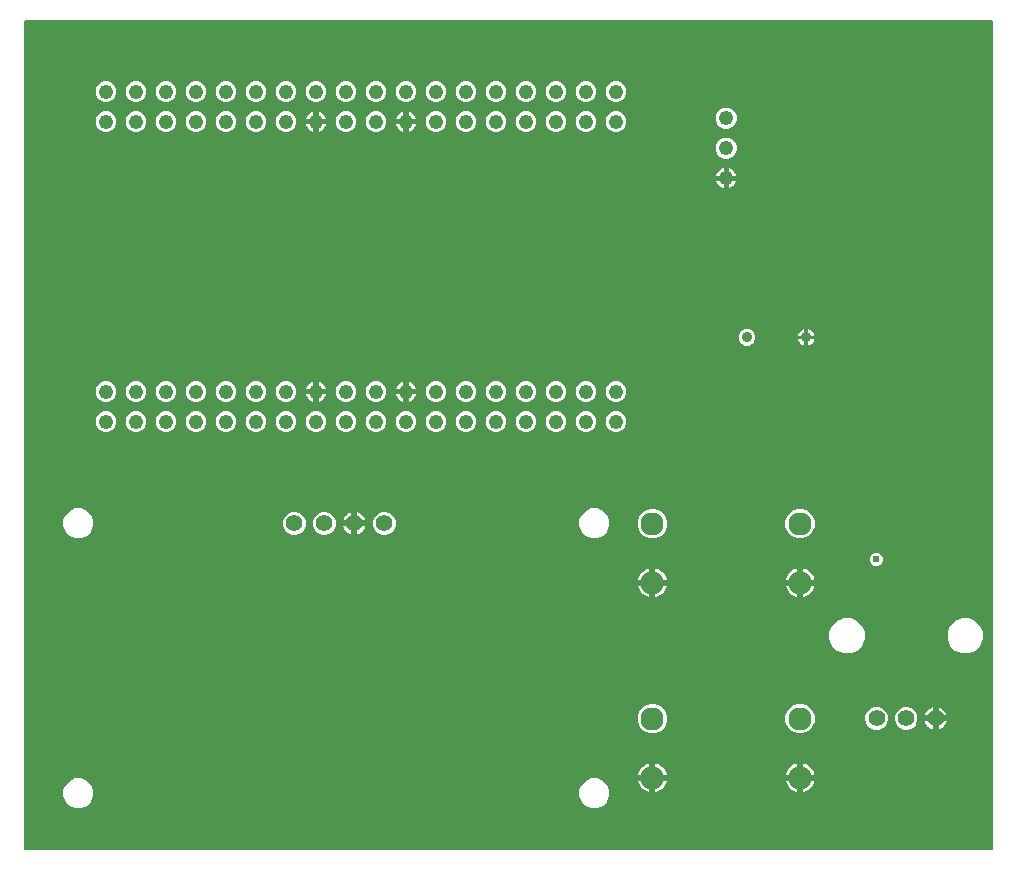
<source format=gbr>
G04 EAGLE Gerber RS-274X export*
G75*
%MOMM*%
%FSLAX34Y34*%
%LPD*%
%INCopper Layer 2*%
%IPPOS*%
%AMOC8*
5,1,8,0,0,1.08239X$1,22.5*%
G01*
%ADD10C,1.244600*%
%ADD11C,1.422400*%
%ADD12C,0.904800*%
%ADD13C,1.400000*%
%ADD14C,1.960000*%
%ADD15C,0.609600*%

G36*
X821608Y2556D02*
X821608Y2556D01*
X821727Y2563D01*
X821765Y2576D01*
X821806Y2581D01*
X821916Y2624D01*
X822029Y2661D01*
X822064Y2683D01*
X822101Y2698D01*
X822197Y2767D01*
X822298Y2831D01*
X822326Y2861D01*
X822359Y2884D01*
X822435Y2976D01*
X822516Y3063D01*
X822536Y3098D01*
X822561Y3129D01*
X822612Y3237D01*
X822670Y3341D01*
X822680Y3381D01*
X822697Y3417D01*
X822719Y3534D01*
X822749Y3649D01*
X822753Y3709D01*
X822757Y3729D01*
X822755Y3750D01*
X822759Y3810D01*
X822759Y704090D01*
X822744Y704208D01*
X822737Y704327D01*
X822724Y704365D01*
X822719Y704406D01*
X822676Y704516D01*
X822639Y704629D01*
X822617Y704664D01*
X822602Y704701D01*
X822533Y704797D01*
X822469Y704898D01*
X822439Y704926D01*
X822416Y704959D01*
X822324Y705035D01*
X822237Y705116D01*
X822202Y705136D01*
X822171Y705161D01*
X822063Y705212D01*
X821959Y705270D01*
X821919Y705280D01*
X821883Y705297D01*
X821766Y705319D01*
X821651Y705349D01*
X821591Y705353D01*
X821571Y705357D01*
X821550Y705355D01*
X821490Y705359D01*
X3810Y705359D01*
X3692Y705344D01*
X3573Y705337D01*
X3535Y705324D01*
X3494Y705319D01*
X3384Y705276D01*
X3271Y705239D01*
X3236Y705217D01*
X3199Y705202D01*
X3103Y705133D01*
X3002Y705069D01*
X2974Y705039D01*
X2941Y705016D01*
X2865Y704924D01*
X2784Y704837D01*
X2764Y704802D01*
X2739Y704771D01*
X2688Y704663D01*
X2630Y704559D01*
X2620Y704519D01*
X2603Y704483D01*
X2581Y704366D01*
X2551Y704251D01*
X2547Y704191D01*
X2543Y704171D01*
X2545Y704150D01*
X2541Y704090D01*
X2541Y3810D01*
X2556Y3692D01*
X2563Y3573D01*
X2576Y3535D01*
X2581Y3494D01*
X2624Y3384D01*
X2661Y3271D01*
X2683Y3236D01*
X2698Y3199D01*
X2767Y3103D01*
X2831Y3002D01*
X2861Y2974D01*
X2884Y2941D01*
X2976Y2865D01*
X3063Y2784D01*
X3098Y2764D01*
X3129Y2739D01*
X3237Y2688D01*
X3341Y2630D01*
X3381Y2620D01*
X3417Y2603D01*
X3534Y2581D01*
X3649Y2551D01*
X3709Y2547D01*
X3729Y2543D01*
X3750Y2545D01*
X3810Y2541D01*
X821490Y2541D01*
X821608Y2556D01*
G37*
%LPC*%
G36*
X796308Y169259D02*
X796308Y169259D01*
X790780Y171549D01*
X786549Y175780D01*
X784259Y181308D01*
X784259Y187292D01*
X786549Y192820D01*
X790780Y197051D01*
X796308Y199341D01*
X802292Y199341D01*
X807820Y197051D01*
X812051Y192820D01*
X814341Y187292D01*
X814341Y181308D01*
X812051Y175780D01*
X807820Y171549D01*
X802292Y169259D01*
X796308Y169259D01*
G37*
%LPD*%
%LPC*%
G36*
X696308Y169259D02*
X696308Y169259D01*
X690780Y171549D01*
X686549Y175780D01*
X684259Y181308D01*
X684259Y187292D01*
X686549Y192820D01*
X690780Y197051D01*
X696308Y199341D01*
X702292Y199341D01*
X707820Y197051D01*
X712051Y192820D01*
X714341Y187292D01*
X714341Y181308D01*
X712051Y175780D01*
X707820Y171549D01*
X702292Y169259D01*
X696308Y169259D01*
G37*
%LPD*%
%LPC*%
G36*
X482645Y266859D02*
X482645Y266859D01*
X478036Y268768D01*
X474508Y272296D01*
X472599Y276905D01*
X472599Y281895D01*
X474508Y286504D01*
X478036Y290032D01*
X482645Y291941D01*
X487635Y291941D01*
X492244Y290032D01*
X495772Y286504D01*
X497681Y281895D01*
X497681Y276905D01*
X495772Y272296D01*
X492244Y268768D01*
X487635Y266859D01*
X482645Y266859D01*
G37*
%LPD*%
%LPC*%
G36*
X45765Y266859D02*
X45765Y266859D01*
X41156Y268768D01*
X37628Y272296D01*
X35719Y276905D01*
X35719Y281895D01*
X37628Y286504D01*
X41156Y290032D01*
X45765Y291941D01*
X50755Y291941D01*
X55364Y290032D01*
X58892Y286504D01*
X60801Y281895D01*
X60801Y276905D01*
X58892Y272296D01*
X55364Y268768D01*
X50755Y266859D01*
X45765Y266859D01*
G37*
%LPD*%
%LPC*%
G36*
X482645Y38259D02*
X482645Y38259D01*
X478036Y40168D01*
X474508Y43696D01*
X472599Y48305D01*
X472599Y53295D01*
X474508Y57904D01*
X478036Y61432D01*
X482645Y63341D01*
X487635Y63341D01*
X492244Y61432D01*
X495772Y57904D01*
X497681Y53295D01*
X497681Y48305D01*
X495772Y43696D01*
X492244Y40168D01*
X487635Y38259D01*
X482645Y38259D01*
G37*
%LPD*%
%LPC*%
G36*
X45765Y38259D02*
X45765Y38259D01*
X41156Y40168D01*
X37628Y43696D01*
X35719Y48305D01*
X35719Y53295D01*
X37628Y57904D01*
X41156Y61432D01*
X45765Y63341D01*
X50755Y63341D01*
X55364Y61432D01*
X58892Y57904D01*
X60801Y53295D01*
X60801Y48305D01*
X58892Y43696D01*
X55364Y40168D01*
X50755Y38259D01*
X45765Y38259D01*
G37*
%LPD*%
%LPC*%
G36*
X531945Y266659D02*
X531945Y266659D01*
X527410Y268538D01*
X523938Y272010D01*
X522059Y276545D01*
X522059Y281455D01*
X523938Y285990D01*
X527410Y289462D01*
X531945Y291341D01*
X536855Y291341D01*
X541390Y289462D01*
X544862Y285990D01*
X546741Y281455D01*
X546741Y276545D01*
X544862Y272010D01*
X541390Y268538D01*
X536855Y266659D01*
X531945Y266659D01*
G37*
%LPD*%
%LPC*%
G36*
X656945Y266659D02*
X656945Y266659D01*
X652410Y268538D01*
X648938Y272010D01*
X647059Y276545D01*
X647059Y281455D01*
X648938Y285990D01*
X652410Y289462D01*
X656945Y291341D01*
X661855Y291341D01*
X666390Y289462D01*
X669862Y285990D01*
X671741Y281455D01*
X671741Y276545D01*
X669862Y272010D01*
X666390Y268538D01*
X661855Y266659D01*
X656945Y266659D01*
G37*
%LPD*%
%LPC*%
G36*
X656945Y101559D02*
X656945Y101559D01*
X652410Y103438D01*
X648938Y106910D01*
X647059Y111445D01*
X647059Y116355D01*
X648938Y120890D01*
X652410Y124362D01*
X656945Y126241D01*
X661855Y126241D01*
X666390Y124362D01*
X669862Y120890D01*
X671741Y116355D01*
X671741Y111445D01*
X669862Y106910D01*
X666390Y103438D01*
X661855Y101559D01*
X656945Y101559D01*
G37*
%LPD*%
%LPC*%
G36*
X531945Y101559D02*
X531945Y101559D01*
X527410Y103438D01*
X523938Y106910D01*
X522059Y111445D01*
X522059Y116355D01*
X523938Y120890D01*
X527410Y124362D01*
X531945Y126241D01*
X536855Y126241D01*
X541390Y124362D01*
X544862Y120890D01*
X546741Y116355D01*
X546741Y111445D01*
X544862Y106910D01*
X541390Y103438D01*
X536855Y101559D01*
X531945Y101559D01*
G37*
%LPD*%
%LPC*%
G36*
X305420Y269747D02*
X305420Y269747D01*
X301872Y271217D01*
X299157Y273932D01*
X297687Y277480D01*
X297687Y281320D01*
X299157Y284868D01*
X301872Y287583D01*
X305420Y289053D01*
X309260Y289053D01*
X312808Y287583D01*
X315523Y284868D01*
X316993Y281320D01*
X316993Y277480D01*
X315523Y273932D01*
X312808Y271217D01*
X309260Y269747D01*
X305420Y269747D01*
G37*
%LPD*%
%LPC*%
G36*
X254620Y269747D02*
X254620Y269747D01*
X251072Y271217D01*
X248357Y273932D01*
X246887Y277480D01*
X246887Y281320D01*
X248357Y284868D01*
X251072Y287583D01*
X254620Y289053D01*
X258460Y289053D01*
X262008Y287583D01*
X264723Y284868D01*
X266193Y281320D01*
X266193Y277480D01*
X264723Y273932D01*
X262008Y271217D01*
X258460Y269747D01*
X254620Y269747D01*
G37*
%LPD*%
%LPC*%
G36*
X229220Y269747D02*
X229220Y269747D01*
X225672Y271217D01*
X222957Y273932D01*
X221487Y277480D01*
X221487Y281320D01*
X222957Y284868D01*
X225672Y287583D01*
X229220Y289053D01*
X233060Y289053D01*
X236608Y287583D01*
X239323Y284868D01*
X240793Y281320D01*
X240793Y277480D01*
X239323Y273932D01*
X236608Y271217D01*
X233060Y269747D01*
X229220Y269747D01*
G37*
%LPD*%
%LPC*%
G36*
X747402Y104759D02*
X747402Y104759D01*
X743896Y106212D01*
X741212Y108896D01*
X739759Y112402D01*
X739759Y116198D01*
X741212Y119704D01*
X743896Y122388D01*
X747402Y123841D01*
X751198Y123841D01*
X754704Y122388D01*
X757388Y119704D01*
X758841Y116198D01*
X758841Y112402D01*
X757388Y108896D01*
X754704Y106212D01*
X751198Y104759D01*
X747402Y104759D01*
G37*
%LPD*%
%LPC*%
G36*
X722402Y104759D02*
X722402Y104759D01*
X718896Y106212D01*
X716212Y108896D01*
X714759Y112402D01*
X714759Y116198D01*
X716212Y119704D01*
X718896Y122388D01*
X722402Y123841D01*
X726198Y123841D01*
X729704Y122388D01*
X732388Y119704D01*
X733841Y116198D01*
X733841Y112402D01*
X732388Y108896D01*
X729704Y106212D01*
X726198Y104759D01*
X722402Y104759D01*
G37*
%LPD*%
%LPC*%
G36*
X146257Y636136D02*
X146257Y636136D01*
X143036Y637470D01*
X140570Y639936D01*
X139236Y643157D01*
X139236Y646643D01*
X140570Y649864D01*
X143036Y652330D01*
X146257Y653664D01*
X149743Y653664D01*
X152964Y652330D01*
X155430Y649864D01*
X156764Y646643D01*
X156764Y643157D01*
X155430Y639936D01*
X152964Y637470D01*
X149743Y636136D01*
X146257Y636136D01*
G37*
%LPD*%
%LPC*%
G36*
X120857Y636136D02*
X120857Y636136D01*
X117636Y637470D01*
X115170Y639936D01*
X113836Y643157D01*
X113836Y646643D01*
X115170Y649864D01*
X117636Y652330D01*
X120857Y653664D01*
X124343Y653664D01*
X127564Y652330D01*
X130030Y649864D01*
X131364Y646643D01*
X131364Y643157D01*
X130030Y639936D01*
X127564Y637470D01*
X124343Y636136D01*
X120857Y636136D01*
G37*
%LPD*%
%LPC*%
G36*
X95457Y636136D02*
X95457Y636136D01*
X92236Y637470D01*
X89770Y639936D01*
X88436Y643157D01*
X88436Y646643D01*
X89770Y649864D01*
X92236Y652330D01*
X95457Y653664D01*
X98943Y653664D01*
X102164Y652330D01*
X104630Y649864D01*
X105964Y646643D01*
X105964Y643157D01*
X104630Y639936D01*
X102164Y637470D01*
X98943Y636136D01*
X95457Y636136D01*
G37*
%LPD*%
%LPC*%
G36*
X70057Y636136D02*
X70057Y636136D01*
X66836Y637470D01*
X64370Y639936D01*
X63036Y643157D01*
X63036Y646643D01*
X64370Y649864D01*
X66836Y652330D01*
X70057Y653664D01*
X73543Y653664D01*
X76764Y652330D01*
X79230Y649864D01*
X80564Y646643D01*
X80564Y643157D01*
X79230Y639936D01*
X76764Y637470D01*
X73543Y636136D01*
X70057Y636136D01*
G37*
%LPD*%
%LPC*%
G36*
X595157Y613536D02*
X595157Y613536D01*
X591936Y614870D01*
X589470Y617336D01*
X588136Y620557D01*
X588136Y624043D01*
X589470Y627264D01*
X591936Y629730D01*
X595157Y631064D01*
X598643Y631064D01*
X601864Y629730D01*
X604330Y627264D01*
X605664Y624043D01*
X605664Y620557D01*
X604330Y617336D01*
X601864Y614870D01*
X598643Y613536D01*
X595157Y613536D01*
G37*
%LPD*%
%LPC*%
G36*
X95457Y610736D02*
X95457Y610736D01*
X92236Y612070D01*
X89770Y614536D01*
X88436Y617757D01*
X88436Y621243D01*
X89770Y624464D01*
X92236Y626930D01*
X95457Y628264D01*
X98943Y628264D01*
X102164Y626930D01*
X104630Y624464D01*
X105964Y621243D01*
X105964Y617757D01*
X104630Y614536D01*
X102164Y612070D01*
X98943Y610736D01*
X95457Y610736D01*
G37*
%LPD*%
%LPC*%
G36*
X70057Y610736D02*
X70057Y610736D01*
X66836Y612070D01*
X64370Y614536D01*
X63036Y617757D01*
X63036Y621243D01*
X64370Y624464D01*
X66836Y626930D01*
X70057Y628264D01*
X73543Y628264D01*
X76764Y626930D01*
X79230Y624464D01*
X80564Y621243D01*
X80564Y617757D01*
X79230Y614536D01*
X76764Y612070D01*
X73543Y610736D01*
X70057Y610736D01*
G37*
%LPD*%
%LPC*%
G36*
X501857Y610736D02*
X501857Y610736D01*
X498636Y612070D01*
X496170Y614536D01*
X494836Y617757D01*
X494836Y621243D01*
X496170Y624464D01*
X498636Y626930D01*
X501857Y628264D01*
X505343Y628264D01*
X508564Y626930D01*
X511030Y624464D01*
X512364Y621243D01*
X512364Y617757D01*
X511030Y614536D01*
X508564Y612070D01*
X505343Y610736D01*
X501857Y610736D01*
G37*
%LPD*%
%LPC*%
G36*
X476457Y610736D02*
X476457Y610736D01*
X473236Y612070D01*
X470770Y614536D01*
X469436Y617757D01*
X469436Y621243D01*
X470770Y624464D01*
X473236Y626930D01*
X476457Y628264D01*
X479943Y628264D01*
X483164Y626930D01*
X485630Y624464D01*
X486964Y621243D01*
X486964Y617757D01*
X485630Y614536D01*
X483164Y612070D01*
X479943Y610736D01*
X476457Y610736D01*
G37*
%LPD*%
%LPC*%
G36*
X451057Y610736D02*
X451057Y610736D01*
X447836Y612070D01*
X445370Y614536D01*
X444036Y617757D01*
X444036Y621243D01*
X445370Y624464D01*
X447836Y626930D01*
X451057Y628264D01*
X454543Y628264D01*
X457764Y626930D01*
X460230Y624464D01*
X461564Y621243D01*
X461564Y617757D01*
X460230Y614536D01*
X457764Y612070D01*
X454543Y610736D01*
X451057Y610736D01*
G37*
%LPD*%
%LPC*%
G36*
X425657Y610736D02*
X425657Y610736D01*
X422436Y612070D01*
X419970Y614536D01*
X418636Y617757D01*
X418636Y621243D01*
X419970Y624464D01*
X422436Y626930D01*
X425657Y628264D01*
X429143Y628264D01*
X432364Y626930D01*
X434830Y624464D01*
X436164Y621243D01*
X436164Y617757D01*
X434830Y614536D01*
X432364Y612070D01*
X429143Y610736D01*
X425657Y610736D01*
G37*
%LPD*%
%LPC*%
G36*
X400257Y610736D02*
X400257Y610736D01*
X397036Y612070D01*
X394570Y614536D01*
X393236Y617757D01*
X393236Y621243D01*
X394570Y624464D01*
X397036Y626930D01*
X400257Y628264D01*
X403743Y628264D01*
X406964Y626930D01*
X409430Y624464D01*
X410764Y621243D01*
X410764Y617757D01*
X409430Y614536D01*
X406964Y612070D01*
X403743Y610736D01*
X400257Y610736D01*
G37*
%LPD*%
%LPC*%
G36*
X374857Y610736D02*
X374857Y610736D01*
X371636Y612070D01*
X369170Y614536D01*
X367836Y617757D01*
X367836Y621243D01*
X369170Y624464D01*
X371636Y626930D01*
X374857Y628264D01*
X378343Y628264D01*
X381564Y626930D01*
X384030Y624464D01*
X385364Y621243D01*
X385364Y617757D01*
X384030Y614536D01*
X381564Y612070D01*
X378343Y610736D01*
X374857Y610736D01*
G37*
%LPD*%
%LPC*%
G36*
X349457Y610736D02*
X349457Y610736D01*
X346236Y612070D01*
X343770Y614536D01*
X342436Y617757D01*
X342436Y621243D01*
X343770Y624464D01*
X346236Y626930D01*
X349457Y628264D01*
X352943Y628264D01*
X356164Y626930D01*
X358630Y624464D01*
X359964Y621243D01*
X359964Y617757D01*
X358630Y614536D01*
X356164Y612070D01*
X352943Y610736D01*
X349457Y610736D01*
G37*
%LPD*%
%LPC*%
G36*
X298657Y610736D02*
X298657Y610736D01*
X295436Y612070D01*
X292970Y614536D01*
X291636Y617757D01*
X291636Y621243D01*
X292970Y624464D01*
X295436Y626930D01*
X298657Y628264D01*
X302143Y628264D01*
X305364Y626930D01*
X307830Y624464D01*
X309164Y621243D01*
X309164Y617757D01*
X307830Y614536D01*
X305364Y612070D01*
X302143Y610736D01*
X298657Y610736D01*
G37*
%LPD*%
%LPC*%
G36*
X273257Y610736D02*
X273257Y610736D01*
X270036Y612070D01*
X267570Y614536D01*
X266236Y617757D01*
X266236Y621243D01*
X267570Y624464D01*
X270036Y626930D01*
X273257Y628264D01*
X276743Y628264D01*
X279964Y626930D01*
X282430Y624464D01*
X283764Y621243D01*
X283764Y617757D01*
X282430Y614536D01*
X279964Y612070D01*
X276743Y610736D01*
X273257Y610736D01*
G37*
%LPD*%
%LPC*%
G36*
X222457Y610736D02*
X222457Y610736D01*
X219236Y612070D01*
X216770Y614536D01*
X215436Y617757D01*
X215436Y621243D01*
X216770Y624464D01*
X219236Y626930D01*
X222457Y628264D01*
X225943Y628264D01*
X229164Y626930D01*
X231630Y624464D01*
X232964Y621243D01*
X232964Y617757D01*
X231630Y614536D01*
X229164Y612070D01*
X225943Y610736D01*
X222457Y610736D01*
G37*
%LPD*%
%LPC*%
G36*
X197057Y610736D02*
X197057Y610736D01*
X193836Y612070D01*
X191370Y614536D01*
X190036Y617757D01*
X190036Y621243D01*
X191370Y624464D01*
X193836Y626930D01*
X197057Y628264D01*
X200543Y628264D01*
X203764Y626930D01*
X206230Y624464D01*
X207564Y621243D01*
X207564Y617757D01*
X206230Y614536D01*
X203764Y612070D01*
X200543Y610736D01*
X197057Y610736D01*
G37*
%LPD*%
%LPC*%
G36*
X171657Y610736D02*
X171657Y610736D01*
X168436Y612070D01*
X165970Y614536D01*
X164636Y617757D01*
X164636Y621243D01*
X165970Y624464D01*
X168436Y626930D01*
X171657Y628264D01*
X175143Y628264D01*
X178364Y626930D01*
X180830Y624464D01*
X182164Y621243D01*
X182164Y617757D01*
X180830Y614536D01*
X178364Y612070D01*
X175143Y610736D01*
X171657Y610736D01*
G37*
%LPD*%
%LPC*%
G36*
X146257Y610736D02*
X146257Y610736D01*
X143036Y612070D01*
X140570Y614536D01*
X139236Y617757D01*
X139236Y621243D01*
X140570Y624464D01*
X143036Y626930D01*
X146257Y628264D01*
X149743Y628264D01*
X152964Y626930D01*
X155430Y624464D01*
X156764Y621243D01*
X156764Y617757D01*
X155430Y614536D01*
X152964Y612070D01*
X149743Y610736D01*
X146257Y610736D01*
G37*
%LPD*%
%LPC*%
G36*
X120857Y610736D02*
X120857Y610736D01*
X117636Y612070D01*
X115170Y614536D01*
X113836Y617757D01*
X113836Y621243D01*
X115170Y624464D01*
X117636Y626930D01*
X120857Y628264D01*
X124343Y628264D01*
X127564Y626930D01*
X130030Y624464D01*
X131364Y621243D01*
X131364Y617757D01*
X130030Y614536D01*
X127564Y612070D01*
X124343Y610736D01*
X120857Y610736D01*
G37*
%LPD*%
%LPC*%
G36*
X120857Y356736D02*
X120857Y356736D01*
X117636Y358070D01*
X115170Y360536D01*
X113836Y363757D01*
X113836Y367243D01*
X115170Y370464D01*
X117636Y372930D01*
X120857Y374264D01*
X124343Y374264D01*
X127564Y372930D01*
X130030Y370464D01*
X131364Y367243D01*
X131364Y363757D01*
X130030Y360536D01*
X127564Y358070D01*
X124343Y356736D01*
X120857Y356736D01*
G37*
%LPD*%
%LPC*%
G36*
X146257Y356736D02*
X146257Y356736D01*
X143036Y358070D01*
X140570Y360536D01*
X139236Y363757D01*
X139236Y367243D01*
X140570Y370464D01*
X143036Y372930D01*
X146257Y374264D01*
X149743Y374264D01*
X152964Y372930D01*
X155430Y370464D01*
X156764Y367243D01*
X156764Y363757D01*
X155430Y360536D01*
X152964Y358070D01*
X149743Y356736D01*
X146257Y356736D01*
G37*
%LPD*%
%LPC*%
G36*
X171657Y356736D02*
X171657Y356736D01*
X168436Y358070D01*
X165970Y360536D01*
X164636Y363757D01*
X164636Y367243D01*
X165970Y370464D01*
X168436Y372930D01*
X171657Y374264D01*
X175143Y374264D01*
X178364Y372930D01*
X180830Y370464D01*
X182164Y367243D01*
X182164Y363757D01*
X180830Y360536D01*
X178364Y358070D01*
X175143Y356736D01*
X171657Y356736D01*
G37*
%LPD*%
%LPC*%
G36*
X197057Y356736D02*
X197057Y356736D01*
X193836Y358070D01*
X191370Y360536D01*
X190036Y363757D01*
X190036Y367243D01*
X191370Y370464D01*
X193836Y372930D01*
X197057Y374264D01*
X200543Y374264D01*
X203764Y372930D01*
X206230Y370464D01*
X207564Y367243D01*
X207564Y363757D01*
X206230Y360536D01*
X203764Y358070D01*
X200543Y356736D01*
X197057Y356736D01*
G37*
%LPD*%
%LPC*%
G36*
X222457Y356736D02*
X222457Y356736D01*
X219236Y358070D01*
X216770Y360536D01*
X215436Y363757D01*
X215436Y367243D01*
X216770Y370464D01*
X219236Y372930D01*
X222457Y374264D01*
X225943Y374264D01*
X229164Y372930D01*
X231630Y370464D01*
X232964Y367243D01*
X232964Y363757D01*
X231630Y360536D01*
X229164Y358070D01*
X225943Y356736D01*
X222457Y356736D01*
G37*
%LPD*%
%LPC*%
G36*
X247857Y356736D02*
X247857Y356736D01*
X244636Y358070D01*
X242170Y360536D01*
X240836Y363757D01*
X240836Y367243D01*
X242170Y370464D01*
X244636Y372930D01*
X247857Y374264D01*
X251343Y374264D01*
X254564Y372930D01*
X257030Y370464D01*
X258364Y367243D01*
X258364Y363757D01*
X257030Y360536D01*
X254564Y358070D01*
X251343Y356736D01*
X247857Y356736D01*
G37*
%LPD*%
%LPC*%
G36*
X349457Y356736D02*
X349457Y356736D01*
X346236Y358070D01*
X343770Y360536D01*
X342436Y363757D01*
X342436Y367243D01*
X343770Y370464D01*
X346236Y372930D01*
X349457Y374264D01*
X352943Y374264D01*
X356164Y372930D01*
X358630Y370464D01*
X359964Y367243D01*
X359964Y363757D01*
X358630Y360536D01*
X356164Y358070D01*
X352943Y356736D01*
X349457Y356736D01*
G37*
%LPD*%
%LPC*%
G36*
X374857Y356736D02*
X374857Y356736D01*
X371636Y358070D01*
X369170Y360536D01*
X367836Y363757D01*
X367836Y367243D01*
X369170Y370464D01*
X371636Y372930D01*
X374857Y374264D01*
X378343Y374264D01*
X381564Y372930D01*
X384030Y370464D01*
X385364Y367243D01*
X385364Y363757D01*
X384030Y360536D01*
X381564Y358070D01*
X378343Y356736D01*
X374857Y356736D01*
G37*
%LPD*%
%LPC*%
G36*
X595157Y588136D02*
X595157Y588136D01*
X591936Y589470D01*
X589470Y591936D01*
X588136Y595157D01*
X588136Y598643D01*
X589470Y601864D01*
X591936Y604330D01*
X595157Y605664D01*
X598643Y605664D01*
X601864Y604330D01*
X604330Y601864D01*
X605664Y598643D01*
X605664Y595157D01*
X604330Y591936D01*
X601864Y589470D01*
X598643Y588136D01*
X595157Y588136D01*
G37*
%LPD*%
%LPC*%
G36*
X400257Y356736D02*
X400257Y356736D01*
X397036Y358070D01*
X394570Y360536D01*
X393236Y363757D01*
X393236Y367243D01*
X394570Y370464D01*
X397036Y372930D01*
X400257Y374264D01*
X403743Y374264D01*
X406964Y372930D01*
X409430Y370464D01*
X410764Y367243D01*
X410764Y363757D01*
X409430Y360536D01*
X406964Y358070D01*
X403743Y356736D01*
X400257Y356736D01*
G37*
%LPD*%
%LPC*%
G36*
X425657Y356736D02*
X425657Y356736D01*
X422436Y358070D01*
X419970Y360536D01*
X418636Y363757D01*
X418636Y367243D01*
X419970Y370464D01*
X422436Y372930D01*
X425657Y374264D01*
X429143Y374264D01*
X432364Y372930D01*
X434830Y370464D01*
X436164Y367243D01*
X436164Y363757D01*
X434830Y360536D01*
X432364Y358070D01*
X429143Y356736D01*
X425657Y356736D01*
G37*
%LPD*%
%LPC*%
G36*
X451057Y356736D02*
X451057Y356736D01*
X447836Y358070D01*
X445370Y360536D01*
X444036Y363757D01*
X444036Y367243D01*
X445370Y370464D01*
X447836Y372930D01*
X451057Y374264D01*
X454543Y374264D01*
X457764Y372930D01*
X460230Y370464D01*
X461564Y367243D01*
X461564Y363757D01*
X460230Y360536D01*
X457764Y358070D01*
X454543Y356736D01*
X451057Y356736D01*
G37*
%LPD*%
%LPC*%
G36*
X476457Y356736D02*
X476457Y356736D01*
X473236Y358070D01*
X470770Y360536D01*
X469436Y363757D01*
X469436Y367243D01*
X470770Y370464D01*
X473236Y372930D01*
X476457Y374264D01*
X479943Y374264D01*
X483164Y372930D01*
X485630Y370464D01*
X486964Y367243D01*
X486964Y363757D01*
X485630Y360536D01*
X483164Y358070D01*
X479943Y356736D01*
X476457Y356736D01*
G37*
%LPD*%
%LPC*%
G36*
X222457Y636136D02*
X222457Y636136D01*
X219236Y637470D01*
X216770Y639936D01*
X215436Y643157D01*
X215436Y646643D01*
X216770Y649864D01*
X219236Y652330D01*
X222457Y653664D01*
X225943Y653664D01*
X229164Y652330D01*
X231630Y649864D01*
X232964Y646643D01*
X232964Y643157D01*
X231630Y639936D01*
X229164Y637470D01*
X225943Y636136D01*
X222457Y636136D01*
G37*
%LPD*%
%LPC*%
G36*
X298657Y356736D02*
X298657Y356736D01*
X295436Y358070D01*
X292970Y360536D01*
X291636Y363757D01*
X291636Y367243D01*
X292970Y370464D01*
X295436Y372930D01*
X298657Y374264D01*
X302143Y374264D01*
X305364Y372930D01*
X307830Y370464D01*
X309164Y367243D01*
X309164Y363757D01*
X307830Y360536D01*
X305364Y358070D01*
X302143Y356736D01*
X298657Y356736D01*
G37*
%LPD*%
%LPC*%
G36*
X501857Y356736D02*
X501857Y356736D01*
X498636Y358070D01*
X496170Y360536D01*
X494836Y363757D01*
X494836Y367243D01*
X496170Y370464D01*
X498636Y372930D01*
X501857Y374264D01*
X505343Y374264D01*
X508564Y372930D01*
X511030Y370464D01*
X512364Y367243D01*
X512364Y363757D01*
X511030Y360536D01*
X508564Y358070D01*
X505343Y356736D01*
X501857Y356736D01*
G37*
%LPD*%
%LPC*%
G36*
X324057Y356736D02*
X324057Y356736D01*
X320836Y358070D01*
X318370Y360536D01*
X317036Y363757D01*
X317036Y367243D01*
X318370Y370464D01*
X320836Y372930D01*
X324057Y374264D01*
X327543Y374264D01*
X330764Y372930D01*
X333230Y370464D01*
X334564Y367243D01*
X334564Y363757D01*
X333230Y360536D01*
X330764Y358070D01*
X327543Y356736D01*
X324057Y356736D01*
G37*
%LPD*%
%LPC*%
G36*
X95457Y382136D02*
X95457Y382136D01*
X92236Y383470D01*
X89770Y385936D01*
X88436Y389157D01*
X88436Y392643D01*
X89770Y395864D01*
X92236Y398330D01*
X95457Y399664D01*
X98943Y399664D01*
X102164Y398330D01*
X104630Y395864D01*
X105964Y392643D01*
X105964Y389157D01*
X104630Y385936D01*
X102164Y383470D01*
X98943Y382136D01*
X95457Y382136D01*
G37*
%LPD*%
%LPC*%
G36*
X70057Y382136D02*
X70057Y382136D01*
X66836Y383470D01*
X64370Y385936D01*
X63036Y389157D01*
X63036Y392643D01*
X64370Y395864D01*
X66836Y398330D01*
X70057Y399664D01*
X73543Y399664D01*
X76764Y398330D01*
X79230Y395864D01*
X80564Y392643D01*
X80564Y389157D01*
X79230Y385936D01*
X76764Y383470D01*
X73543Y382136D01*
X70057Y382136D01*
G37*
%LPD*%
%LPC*%
G36*
X501857Y382136D02*
X501857Y382136D01*
X498636Y383470D01*
X496170Y385936D01*
X494836Y389157D01*
X494836Y392643D01*
X496170Y395864D01*
X498636Y398330D01*
X501857Y399664D01*
X505343Y399664D01*
X508564Y398330D01*
X511030Y395864D01*
X512364Y392643D01*
X512364Y389157D01*
X511030Y385936D01*
X508564Y383470D01*
X505343Y382136D01*
X501857Y382136D01*
G37*
%LPD*%
%LPC*%
G36*
X476457Y382136D02*
X476457Y382136D01*
X473236Y383470D01*
X470770Y385936D01*
X469436Y389157D01*
X469436Y392643D01*
X470770Y395864D01*
X473236Y398330D01*
X476457Y399664D01*
X479943Y399664D01*
X483164Y398330D01*
X485630Y395864D01*
X486964Y392643D01*
X486964Y389157D01*
X485630Y385936D01*
X483164Y383470D01*
X479943Y382136D01*
X476457Y382136D01*
G37*
%LPD*%
%LPC*%
G36*
X451057Y382136D02*
X451057Y382136D01*
X447836Y383470D01*
X445370Y385936D01*
X444036Y389157D01*
X444036Y392643D01*
X445370Y395864D01*
X447836Y398330D01*
X451057Y399664D01*
X454543Y399664D01*
X457764Y398330D01*
X460230Y395864D01*
X461564Y392643D01*
X461564Y389157D01*
X460230Y385936D01*
X457764Y383470D01*
X454543Y382136D01*
X451057Y382136D01*
G37*
%LPD*%
%LPC*%
G36*
X425657Y382136D02*
X425657Y382136D01*
X422436Y383470D01*
X419970Y385936D01*
X418636Y389157D01*
X418636Y392643D01*
X419970Y395864D01*
X422436Y398330D01*
X425657Y399664D01*
X429143Y399664D01*
X432364Y398330D01*
X434830Y395864D01*
X436164Y392643D01*
X436164Y389157D01*
X434830Y385936D01*
X432364Y383470D01*
X429143Y382136D01*
X425657Y382136D01*
G37*
%LPD*%
%LPC*%
G36*
X400257Y382136D02*
X400257Y382136D01*
X397036Y383470D01*
X394570Y385936D01*
X393236Y389157D01*
X393236Y392643D01*
X394570Y395864D01*
X397036Y398330D01*
X400257Y399664D01*
X403743Y399664D01*
X406964Y398330D01*
X409430Y395864D01*
X410764Y392643D01*
X410764Y389157D01*
X409430Y385936D01*
X406964Y383470D01*
X403743Y382136D01*
X400257Y382136D01*
G37*
%LPD*%
%LPC*%
G36*
X374857Y382136D02*
X374857Y382136D01*
X371636Y383470D01*
X369170Y385936D01*
X367836Y389157D01*
X367836Y392643D01*
X369170Y395864D01*
X371636Y398330D01*
X374857Y399664D01*
X378343Y399664D01*
X381564Y398330D01*
X384030Y395864D01*
X385364Y392643D01*
X385364Y389157D01*
X384030Y385936D01*
X381564Y383470D01*
X378343Y382136D01*
X374857Y382136D01*
G37*
%LPD*%
%LPC*%
G36*
X349457Y382136D02*
X349457Y382136D01*
X346236Y383470D01*
X343770Y385936D01*
X342436Y389157D01*
X342436Y392643D01*
X343770Y395864D01*
X346236Y398330D01*
X349457Y399664D01*
X352943Y399664D01*
X356164Y398330D01*
X358630Y395864D01*
X359964Y392643D01*
X359964Y389157D01*
X358630Y385936D01*
X356164Y383470D01*
X352943Y382136D01*
X349457Y382136D01*
G37*
%LPD*%
%LPC*%
G36*
X298657Y382136D02*
X298657Y382136D01*
X295436Y383470D01*
X292970Y385936D01*
X291636Y389157D01*
X291636Y392643D01*
X292970Y395864D01*
X295436Y398330D01*
X298657Y399664D01*
X302143Y399664D01*
X305364Y398330D01*
X307830Y395864D01*
X309164Y392643D01*
X309164Y389157D01*
X307830Y385936D01*
X305364Y383470D01*
X302143Y382136D01*
X298657Y382136D01*
G37*
%LPD*%
%LPC*%
G36*
X273257Y382136D02*
X273257Y382136D01*
X270036Y383470D01*
X267570Y385936D01*
X266236Y389157D01*
X266236Y392643D01*
X267570Y395864D01*
X270036Y398330D01*
X273257Y399664D01*
X276743Y399664D01*
X279964Y398330D01*
X282430Y395864D01*
X283764Y392643D01*
X283764Y389157D01*
X282430Y385936D01*
X279964Y383470D01*
X276743Y382136D01*
X273257Y382136D01*
G37*
%LPD*%
%LPC*%
G36*
X222457Y382136D02*
X222457Y382136D01*
X219236Y383470D01*
X216770Y385936D01*
X215436Y389157D01*
X215436Y392643D01*
X216770Y395864D01*
X219236Y398330D01*
X222457Y399664D01*
X225943Y399664D01*
X229164Y398330D01*
X231630Y395864D01*
X232964Y392643D01*
X232964Y389157D01*
X231630Y385936D01*
X229164Y383470D01*
X225943Y382136D01*
X222457Y382136D01*
G37*
%LPD*%
%LPC*%
G36*
X197057Y382136D02*
X197057Y382136D01*
X193836Y383470D01*
X191370Y385936D01*
X190036Y389157D01*
X190036Y392643D01*
X191370Y395864D01*
X193836Y398330D01*
X197057Y399664D01*
X200543Y399664D01*
X203764Y398330D01*
X206230Y395864D01*
X207564Y392643D01*
X207564Y389157D01*
X206230Y385936D01*
X203764Y383470D01*
X200543Y382136D01*
X197057Y382136D01*
G37*
%LPD*%
%LPC*%
G36*
X171657Y382136D02*
X171657Y382136D01*
X168436Y383470D01*
X165970Y385936D01*
X164636Y389157D01*
X164636Y392643D01*
X165970Y395864D01*
X168436Y398330D01*
X171657Y399664D01*
X175143Y399664D01*
X178364Y398330D01*
X180830Y395864D01*
X182164Y392643D01*
X182164Y389157D01*
X180830Y385936D01*
X178364Y383470D01*
X175143Y382136D01*
X171657Y382136D01*
G37*
%LPD*%
%LPC*%
G36*
X146257Y382136D02*
X146257Y382136D01*
X143036Y383470D01*
X140570Y385936D01*
X139236Y389157D01*
X139236Y392643D01*
X140570Y395864D01*
X143036Y398330D01*
X146257Y399664D01*
X149743Y399664D01*
X152964Y398330D01*
X155430Y395864D01*
X156764Y392643D01*
X156764Y389157D01*
X155430Y385936D01*
X152964Y383470D01*
X149743Y382136D01*
X146257Y382136D01*
G37*
%LPD*%
%LPC*%
G36*
X120857Y382136D02*
X120857Y382136D01*
X117636Y383470D01*
X115170Y385936D01*
X113836Y389157D01*
X113836Y392643D01*
X115170Y395864D01*
X117636Y398330D01*
X120857Y399664D01*
X124343Y399664D01*
X127564Y398330D01*
X130030Y395864D01*
X131364Y392643D01*
X131364Y389157D01*
X130030Y385936D01*
X127564Y383470D01*
X124343Y382136D01*
X120857Y382136D01*
G37*
%LPD*%
%LPC*%
G36*
X95457Y356736D02*
X95457Y356736D01*
X92236Y358070D01*
X89770Y360536D01*
X88436Y363757D01*
X88436Y367243D01*
X89770Y370464D01*
X92236Y372930D01*
X95457Y374264D01*
X98943Y374264D01*
X102164Y372930D01*
X104630Y370464D01*
X105964Y367243D01*
X105964Y363757D01*
X104630Y360536D01*
X102164Y358070D01*
X98943Y356736D01*
X95457Y356736D01*
G37*
%LPD*%
%LPC*%
G36*
X70057Y356736D02*
X70057Y356736D01*
X66836Y358070D01*
X64370Y360536D01*
X63036Y363757D01*
X63036Y367243D01*
X64370Y370464D01*
X66836Y372930D01*
X70057Y374264D01*
X73543Y374264D01*
X76764Y372930D01*
X79230Y370464D01*
X80564Y367243D01*
X80564Y363757D01*
X79230Y360536D01*
X76764Y358070D01*
X73543Y356736D01*
X70057Y356736D01*
G37*
%LPD*%
%LPC*%
G36*
X501857Y636136D02*
X501857Y636136D01*
X498636Y637470D01*
X496170Y639936D01*
X494836Y643157D01*
X494836Y646643D01*
X496170Y649864D01*
X498636Y652330D01*
X501857Y653664D01*
X505343Y653664D01*
X508564Y652330D01*
X511030Y649864D01*
X512364Y646643D01*
X512364Y643157D01*
X511030Y639936D01*
X508564Y637470D01*
X505343Y636136D01*
X501857Y636136D01*
G37*
%LPD*%
%LPC*%
G36*
X476457Y636136D02*
X476457Y636136D01*
X473236Y637470D01*
X470770Y639936D01*
X469436Y643157D01*
X469436Y646643D01*
X470770Y649864D01*
X473236Y652330D01*
X476457Y653664D01*
X479943Y653664D01*
X483164Y652330D01*
X485630Y649864D01*
X486964Y646643D01*
X486964Y643157D01*
X485630Y639936D01*
X483164Y637470D01*
X479943Y636136D01*
X476457Y636136D01*
G37*
%LPD*%
%LPC*%
G36*
X451057Y636136D02*
X451057Y636136D01*
X447836Y637470D01*
X445370Y639936D01*
X444036Y643157D01*
X444036Y646643D01*
X445370Y649864D01*
X447836Y652330D01*
X451057Y653664D01*
X454543Y653664D01*
X457764Y652330D01*
X460230Y649864D01*
X461564Y646643D01*
X461564Y643157D01*
X460230Y639936D01*
X457764Y637470D01*
X454543Y636136D01*
X451057Y636136D01*
G37*
%LPD*%
%LPC*%
G36*
X425657Y636136D02*
X425657Y636136D01*
X422436Y637470D01*
X419970Y639936D01*
X418636Y643157D01*
X418636Y646643D01*
X419970Y649864D01*
X422436Y652330D01*
X425657Y653664D01*
X429143Y653664D01*
X432364Y652330D01*
X434830Y649864D01*
X436164Y646643D01*
X436164Y643157D01*
X434830Y639936D01*
X432364Y637470D01*
X429143Y636136D01*
X425657Y636136D01*
G37*
%LPD*%
%LPC*%
G36*
X400257Y636136D02*
X400257Y636136D01*
X397036Y637470D01*
X394570Y639936D01*
X393236Y643157D01*
X393236Y646643D01*
X394570Y649864D01*
X397036Y652330D01*
X400257Y653664D01*
X403743Y653664D01*
X406964Y652330D01*
X409430Y649864D01*
X410764Y646643D01*
X410764Y643157D01*
X409430Y639936D01*
X406964Y637470D01*
X403743Y636136D01*
X400257Y636136D01*
G37*
%LPD*%
%LPC*%
G36*
X374857Y636136D02*
X374857Y636136D01*
X371636Y637470D01*
X369170Y639936D01*
X367836Y643157D01*
X367836Y646643D01*
X369170Y649864D01*
X371636Y652330D01*
X374857Y653664D01*
X378343Y653664D01*
X381564Y652330D01*
X384030Y649864D01*
X385364Y646643D01*
X385364Y643157D01*
X384030Y639936D01*
X381564Y637470D01*
X378343Y636136D01*
X374857Y636136D01*
G37*
%LPD*%
%LPC*%
G36*
X349457Y636136D02*
X349457Y636136D01*
X346236Y637470D01*
X343770Y639936D01*
X342436Y643157D01*
X342436Y646643D01*
X343770Y649864D01*
X346236Y652330D01*
X349457Y653664D01*
X352943Y653664D01*
X356164Y652330D01*
X358630Y649864D01*
X359964Y646643D01*
X359964Y643157D01*
X358630Y639936D01*
X356164Y637470D01*
X352943Y636136D01*
X349457Y636136D01*
G37*
%LPD*%
%LPC*%
G36*
X273257Y356736D02*
X273257Y356736D01*
X270036Y358070D01*
X267570Y360536D01*
X266236Y363757D01*
X266236Y367243D01*
X267570Y370464D01*
X270036Y372930D01*
X273257Y374264D01*
X276743Y374264D01*
X279964Y372930D01*
X282430Y370464D01*
X283764Y367243D01*
X283764Y363757D01*
X282430Y360536D01*
X279964Y358070D01*
X276743Y356736D01*
X273257Y356736D01*
G37*
%LPD*%
%LPC*%
G36*
X324057Y636136D02*
X324057Y636136D01*
X320836Y637470D01*
X318370Y639936D01*
X317036Y643157D01*
X317036Y646643D01*
X318370Y649864D01*
X320836Y652330D01*
X324057Y653664D01*
X327543Y653664D01*
X330764Y652330D01*
X333230Y649864D01*
X334564Y646643D01*
X334564Y643157D01*
X333230Y639936D01*
X330764Y637470D01*
X327543Y636136D01*
X324057Y636136D01*
G37*
%LPD*%
%LPC*%
G36*
X298657Y636136D02*
X298657Y636136D01*
X295436Y637470D01*
X292970Y639936D01*
X291636Y643157D01*
X291636Y646643D01*
X292970Y649864D01*
X295436Y652330D01*
X298657Y653664D01*
X302143Y653664D01*
X305364Y652330D01*
X307830Y649864D01*
X309164Y646643D01*
X309164Y643157D01*
X307830Y639936D01*
X305364Y637470D01*
X302143Y636136D01*
X298657Y636136D01*
G37*
%LPD*%
%LPC*%
G36*
X273257Y636136D02*
X273257Y636136D01*
X270036Y637470D01*
X267570Y639936D01*
X266236Y643157D01*
X266236Y646643D01*
X267570Y649864D01*
X270036Y652330D01*
X273257Y653664D01*
X276743Y653664D01*
X279964Y652330D01*
X282430Y649864D01*
X283764Y646643D01*
X283764Y643157D01*
X282430Y639936D01*
X279964Y637470D01*
X276743Y636136D01*
X273257Y636136D01*
G37*
%LPD*%
%LPC*%
G36*
X247857Y636136D02*
X247857Y636136D01*
X244636Y637470D01*
X242170Y639936D01*
X240836Y643157D01*
X240836Y646643D01*
X242170Y649864D01*
X244636Y652330D01*
X247857Y653664D01*
X251343Y653664D01*
X254564Y652330D01*
X257030Y649864D01*
X258364Y646643D01*
X258364Y643157D01*
X257030Y639936D01*
X254564Y637470D01*
X251343Y636136D01*
X247857Y636136D01*
G37*
%LPD*%
%LPC*%
G36*
X197057Y636136D02*
X197057Y636136D01*
X193836Y637470D01*
X191370Y639936D01*
X190036Y643157D01*
X190036Y646643D01*
X191370Y649864D01*
X193836Y652330D01*
X197057Y653664D01*
X200543Y653664D01*
X203764Y652330D01*
X206230Y649864D01*
X207564Y646643D01*
X207564Y643157D01*
X206230Y639936D01*
X203764Y637470D01*
X200543Y636136D01*
X197057Y636136D01*
G37*
%LPD*%
%LPC*%
G36*
X171657Y636136D02*
X171657Y636136D01*
X168436Y637470D01*
X165970Y639936D01*
X164636Y643157D01*
X164636Y646643D01*
X165970Y649864D01*
X168436Y652330D01*
X171657Y653664D01*
X175143Y653664D01*
X178364Y652330D01*
X180830Y649864D01*
X182164Y646643D01*
X182164Y643157D01*
X180830Y639936D01*
X178364Y637470D01*
X175143Y636136D01*
X171657Y636136D01*
G37*
%LPD*%
%LPC*%
G36*
X613195Y429735D02*
X613195Y429735D01*
X610598Y430811D01*
X608611Y432798D01*
X607535Y435395D01*
X607535Y438205D01*
X608611Y440802D01*
X610598Y442789D01*
X613195Y443865D01*
X616005Y443865D01*
X618602Y442789D01*
X620589Y440802D01*
X621665Y438205D01*
X621665Y435395D01*
X620589Y432798D01*
X618602Y430811D01*
X616005Y429735D01*
X613195Y429735D01*
G37*
%LPD*%
%LPC*%
G36*
X722788Y243331D02*
X722788Y243331D01*
X720734Y244182D01*
X719162Y245754D01*
X718311Y247808D01*
X718311Y250032D01*
X719162Y252086D01*
X720734Y253658D01*
X722788Y254509D01*
X725012Y254509D01*
X727066Y253658D01*
X728638Y252086D01*
X729489Y250032D01*
X729489Y247808D01*
X728638Y245754D01*
X727066Y244182D01*
X725012Y243331D01*
X722788Y243331D01*
G37*
%LPD*%
%LPC*%
G36*
X536939Y231539D02*
X536939Y231539D01*
X536939Y241092D01*
X537290Y241037D01*
X539137Y240437D01*
X540868Y239555D01*
X541818Y238864D01*
X542439Y238413D01*
X543813Y237039D01*
X544955Y235468D01*
X545837Y233737D01*
X546437Y231890D01*
X546492Y231539D01*
X536939Y231539D01*
G37*
%LPD*%
%LPC*%
G36*
X661939Y231539D02*
X661939Y231539D01*
X661939Y241092D01*
X662290Y241037D01*
X664137Y240437D01*
X665868Y239555D01*
X666818Y238864D01*
X667439Y238413D01*
X668813Y237039D01*
X669955Y235468D01*
X670837Y233737D01*
X671437Y231890D01*
X671492Y231539D01*
X661939Y231539D01*
G37*
%LPD*%
%LPC*%
G36*
X536939Y66439D02*
X536939Y66439D01*
X536939Y75992D01*
X537290Y75937D01*
X539137Y75337D01*
X540868Y74455D01*
X542439Y73313D01*
X543813Y71939D01*
X544955Y70368D01*
X545837Y68637D01*
X546437Y66790D01*
X546492Y66439D01*
X536939Y66439D01*
G37*
%LPD*%
%LPC*%
G36*
X661939Y66439D02*
X661939Y66439D01*
X661939Y75992D01*
X662290Y75937D01*
X664137Y75337D01*
X665868Y74455D01*
X667439Y73313D01*
X668813Y71939D01*
X669955Y70368D01*
X670837Y68637D01*
X671437Y66790D01*
X671492Y66439D01*
X661939Y66439D01*
G37*
%LPD*%
%LPC*%
G36*
X536939Y226461D02*
X536939Y226461D01*
X546492Y226461D01*
X546437Y226110D01*
X545837Y224263D01*
X544955Y222532D01*
X543813Y220961D01*
X542439Y219587D01*
X540868Y218445D01*
X539137Y217563D01*
X537290Y216963D01*
X536939Y216908D01*
X536939Y226461D01*
G37*
%LPD*%
%LPC*%
G36*
X522308Y231539D02*
X522308Y231539D01*
X522363Y231890D01*
X522963Y233737D01*
X523845Y235468D01*
X524987Y237039D01*
X526361Y238413D01*
X527932Y239555D01*
X529663Y240437D01*
X531510Y241037D01*
X531861Y241092D01*
X531861Y231539D01*
X522308Y231539D01*
G37*
%LPD*%
%LPC*%
G36*
X522308Y66439D02*
X522308Y66439D01*
X522363Y66790D01*
X522963Y68637D01*
X523845Y70368D01*
X524987Y71939D01*
X526361Y73313D01*
X527932Y74455D01*
X529663Y75337D01*
X531510Y75937D01*
X531861Y75992D01*
X531861Y66439D01*
X522308Y66439D01*
G37*
%LPD*%
%LPC*%
G36*
X647308Y66439D02*
X647308Y66439D01*
X647363Y66790D01*
X647963Y68637D01*
X648845Y70368D01*
X649987Y71939D01*
X651361Y73313D01*
X652932Y74455D01*
X654663Y75337D01*
X656510Y75937D01*
X656861Y75992D01*
X656861Y66439D01*
X647308Y66439D01*
G37*
%LPD*%
%LPC*%
G36*
X647308Y231539D02*
X647308Y231539D01*
X647363Y231890D01*
X647963Y233737D01*
X648845Y235468D01*
X649987Y237039D01*
X651361Y238413D01*
X652932Y239555D01*
X654663Y240437D01*
X656510Y241037D01*
X656861Y241092D01*
X656861Y231539D01*
X647308Y231539D01*
G37*
%LPD*%
%LPC*%
G36*
X661939Y226461D02*
X661939Y226461D01*
X671492Y226461D01*
X671437Y226110D01*
X670837Y224263D01*
X669955Y222532D01*
X668813Y220961D01*
X667439Y219587D01*
X665868Y218445D01*
X664137Y217563D01*
X662290Y216963D01*
X661939Y216908D01*
X661939Y226461D01*
G37*
%LPD*%
%LPC*%
G36*
X536939Y61361D02*
X536939Y61361D01*
X546492Y61361D01*
X546437Y61010D01*
X545837Y59163D01*
X544955Y57432D01*
X543813Y55861D01*
X542439Y54487D01*
X540868Y53345D01*
X539137Y52463D01*
X537290Y51863D01*
X536939Y51808D01*
X536939Y61361D01*
G37*
%LPD*%
%LPC*%
G36*
X661939Y61361D02*
X661939Y61361D01*
X671492Y61361D01*
X671437Y61010D01*
X670837Y59163D01*
X669955Y57432D01*
X668813Y55861D01*
X667439Y54487D01*
X665868Y53345D01*
X664137Y52463D01*
X662290Y51863D01*
X661939Y51808D01*
X661939Y61361D01*
G37*
%LPD*%
%LPC*%
G36*
X656510Y51863D02*
X656510Y51863D01*
X654663Y52463D01*
X652932Y53345D01*
X651361Y54487D01*
X649987Y55861D01*
X648845Y57432D01*
X647963Y59163D01*
X647363Y61010D01*
X647308Y61361D01*
X656861Y61361D01*
X656861Y51808D01*
X656510Y51863D01*
G37*
%LPD*%
%LPC*%
G36*
X531510Y216963D02*
X531510Y216963D01*
X529663Y217563D01*
X527932Y218445D01*
X526361Y219587D01*
X524987Y220961D01*
X523845Y222532D01*
X522963Y224263D01*
X522363Y226110D01*
X522308Y226461D01*
X531861Y226461D01*
X531861Y216908D01*
X531510Y216963D01*
G37*
%LPD*%
%LPC*%
G36*
X531510Y51863D02*
X531510Y51863D01*
X529663Y52463D01*
X527932Y53345D01*
X526361Y54487D01*
X524987Y55861D01*
X523845Y57432D01*
X522963Y59163D01*
X522363Y61010D01*
X522308Y61361D01*
X531861Y61361D01*
X531861Y51808D01*
X531510Y51863D01*
G37*
%LPD*%
%LPC*%
G36*
X656510Y216963D02*
X656510Y216963D01*
X654663Y217563D01*
X652932Y218445D01*
X651361Y219587D01*
X649987Y220961D01*
X648845Y222532D01*
X647963Y224263D01*
X647363Y226110D01*
X647308Y226461D01*
X656861Y226461D01*
X656861Y216908D01*
X656510Y216963D01*
G37*
%LPD*%
%LPC*%
G36*
X284479Y281939D02*
X284479Y281939D01*
X284479Y288724D01*
X285645Y288346D01*
X286999Y287656D01*
X288228Y286763D01*
X289303Y285688D01*
X290196Y284459D01*
X290886Y283105D01*
X291264Y281939D01*
X284479Y281939D01*
G37*
%LPD*%
%LPC*%
G36*
X272616Y281939D02*
X272616Y281939D01*
X272994Y283105D01*
X273684Y284459D01*
X274577Y285688D01*
X275652Y286763D01*
X276881Y287656D01*
X278235Y288346D01*
X279401Y288724D01*
X279401Y281939D01*
X272616Y281939D01*
G37*
%LPD*%
%LPC*%
G36*
X284479Y276861D02*
X284479Y276861D01*
X291264Y276861D01*
X290886Y275695D01*
X290196Y274341D01*
X289303Y273112D01*
X288228Y272037D01*
X286999Y271144D01*
X285645Y270454D01*
X284479Y270076D01*
X284479Y276861D01*
G37*
%LPD*%
%LPC*%
G36*
X278235Y270454D02*
X278235Y270454D01*
X276881Y271144D01*
X275652Y272037D01*
X274577Y273112D01*
X273684Y274341D01*
X272994Y275695D01*
X272616Y276861D01*
X279401Y276861D01*
X279401Y270076D01*
X278235Y270454D01*
G37*
%LPD*%
%LPC*%
G36*
X776799Y116799D02*
X776799Y116799D01*
X776799Y123520D01*
X777962Y123142D01*
X779301Y122460D01*
X780515Y121577D01*
X781577Y120515D01*
X782460Y119301D01*
X783142Y117962D01*
X783520Y116799D01*
X776799Y116799D01*
G37*
%LPD*%
%LPC*%
G36*
X765080Y116799D02*
X765080Y116799D01*
X765458Y117962D01*
X766140Y119301D01*
X767023Y120515D01*
X768085Y121577D01*
X769299Y122460D01*
X770638Y123142D01*
X771801Y123520D01*
X771801Y116799D01*
X765080Y116799D01*
G37*
%LPD*%
%LPC*%
G36*
X776799Y111801D02*
X776799Y111801D01*
X783520Y111801D01*
X783142Y110638D01*
X782460Y109299D01*
X781577Y108085D01*
X780515Y107023D01*
X779301Y106140D01*
X777962Y105458D01*
X776799Y105080D01*
X776799Y111801D01*
G37*
%LPD*%
%LPC*%
G36*
X770638Y105458D02*
X770638Y105458D01*
X769299Y106140D01*
X768085Y107023D01*
X767023Y108085D01*
X766140Y109299D01*
X765458Y110638D01*
X765080Y111801D01*
X771801Y111801D01*
X771801Y105080D01*
X770638Y105458D01*
G37*
%LPD*%
%LPC*%
G36*
X251822Y393122D02*
X251822Y393122D01*
X251822Y399393D01*
X252156Y399327D01*
X253751Y398666D01*
X255187Y397707D01*
X256407Y396487D01*
X257366Y395051D01*
X258027Y393456D01*
X258093Y393122D01*
X251822Y393122D01*
G37*
%LPD*%
%LPC*%
G36*
X328022Y621722D02*
X328022Y621722D01*
X328022Y627993D01*
X328356Y627927D01*
X329951Y627266D01*
X331387Y626307D01*
X332607Y625087D01*
X333566Y623651D01*
X334227Y622056D01*
X334293Y621722D01*
X328022Y621722D01*
G37*
%LPD*%
%LPC*%
G36*
X599122Y573722D02*
X599122Y573722D01*
X599122Y579993D01*
X599456Y579927D01*
X601051Y579266D01*
X602487Y578307D01*
X603707Y577087D01*
X604666Y575651D01*
X605327Y574056D01*
X605393Y573722D01*
X599122Y573722D01*
G37*
%LPD*%
%LPC*%
G36*
X251822Y621722D02*
X251822Y621722D01*
X251822Y627993D01*
X252156Y627927D01*
X253751Y627266D01*
X255187Y626307D01*
X256407Y625087D01*
X257366Y623651D01*
X258027Y622056D01*
X258093Y621722D01*
X251822Y621722D01*
G37*
%LPD*%
%LPC*%
G36*
X328022Y393122D02*
X328022Y393122D01*
X328022Y399393D01*
X328356Y399327D01*
X329951Y398666D01*
X331387Y397707D01*
X332607Y396487D01*
X333566Y395051D01*
X334227Y393456D01*
X334293Y393122D01*
X328022Y393122D01*
G37*
%LPD*%
%LPC*%
G36*
X328022Y388678D02*
X328022Y388678D01*
X334293Y388678D01*
X334227Y388344D01*
X333566Y386749D01*
X332607Y385313D01*
X331387Y384093D01*
X329951Y383134D01*
X328356Y382473D01*
X328022Y382407D01*
X328022Y388678D01*
G37*
%LPD*%
%LPC*%
G36*
X241107Y393122D02*
X241107Y393122D01*
X241173Y393456D01*
X241834Y395051D01*
X242793Y396487D01*
X244013Y397707D01*
X245449Y398666D01*
X247044Y399327D01*
X247378Y399393D01*
X247378Y393122D01*
X241107Y393122D01*
G37*
%LPD*%
%LPC*%
G36*
X599122Y569278D02*
X599122Y569278D01*
X605393Y569278D01*
X605327Y568944D01*
X604666Y567349D01*
X603707Y565913D01*
X602487Y564693D01*
X601051Y563734D01*
X599456Y563073D01*
X599122Y563007D01*
X599122Y569278D01*
G37*
%LPD*%
%LPC*%
G36*
X588407Y573722D02*
X588407Y573722D01*
X588473Y574056D01*
X589134Y575651D01*
X590093Y577087D01*
X591313Y578307D01*
X592749Y579266D01*
X594344Y579927D01*
X594678Y579993D01*
X594678Y573722D01*
X588407Y573722D01*
G37*
%LPD*%
%LPC*%
G36*
X251822Y617278D02*
X251822Y617278D01*
X258093Y617278D01*
X258027Y616944D01*
X257366Y615349D01*
X256407Y613913D01*
X255187Y612693D01*
X253751Y611734D01*
X252156Y611073D01*
X251822Y611007D01*
X251822Y617278D01*
G37*
%LPD*%
%LPC*%
G36*
X328022Y617278D02*
X328022Y617278D01*
X334293Y617278D01*
X334227Y616944D01*
X333566Y615349D01*
X332607Y613913D01*
X331387Y612693D01*
X329951Y611734D01*
X328356Y611073D01*
X328022Y611007D01*
X328022Y617278D01*
G37*
%LPD*%
%LPC*%
G36*
X317307Y621722D02*
X317307Y621722D01*
X317373Y622056D01*
X318034Y623651D01*
X318993Y625087D01*
X320213Y626307D01*
X321649Y627266D01*
X323244Y627927D01*
X323578Y627993D01*
X323578Y621722D01*
X317307Y621722D01*
G37*
%LPD*%
%LPC*%
G36*
X241107Y621722D02*
X241107Y621722D01*
X241173Y622056D01*
X241834Y623651D01*
X242793Y625087D01*
X244013Y626307D01*
X245449Y627266D01*
X247044Y627927D01*
X247378Y627993D01*
X247378Y621722D01*
X241107Y621722D01*
G37*
%LPD*%
%LPC*%
G36*
X317307Y393122D02*
X317307Y393122D01*
X317373Y393456D01*
X318034Y395051D01*
X318993Y396487D01*
X320213Y397707D01*
X321649Y398666D01*
X323244Y399327D01*
X323578Y399393D01*
X323578Y393122D01*
X317307Y393122D01*
G37*
%LPD*%
%LPC*%
G36*
X251822Y388678D02*
X251822Y388678D01*
X258093Y388678D01*
X258027Y388344D01*
X257366Y386749D01*
X256407Y385313D01*
X255187Y384093D01*
X253751Y383134D01*
X252156Y382473D01*
X251822Y382407D01*
X251822Y388678D01*
G37*
%LPD*%
%LPC*%
G36*
X594344Y563073D02*
X594344Y563073D01*
X592749Y563734D01*
X591313Y564693D01*
X590093Y565913D01*
X589134Y567349D01*
X588473Y568944D01*
X588407Y569278D01*
X594678Y569278D01*
X594678Y563007D01*
X594344Y563073D01*
G37*
%LPD*%
%LPC*%
G36*
X323244Y611073D02*
X323244Y611073D01*
X321649Y611734D01*
X320213Y612693D01*
X318993Y613913D01*
X318034Y615349D01*
X317373Y616944D01*
X317307Y617278D01*
X323578Y617278D01*
X323578Y611007D01*
X323244Y611073D01*
G37*
%LPD*%
%LPC*%
G36*
X247044Y611073D02*
X247044Y611073D01*
X245449Y611734D01*
X244013Y612693D01*
X242793Y613913D01*
X241834Y615349D01*
X241173Y616944D01*
X241107Y617278D01*
X247378Y617278D01*
X247378Y611007D01*
X247044Y611073D01*
G37*
%LPD*%
%LPC*%
G36*
X247044Y382473D02*
X247044Y382473D01*
X245449Y383134D01*
X244013Y384093D01*
X242793Y385313D01*
X241834Y386749D01*
X241173Y388344D01*
X241107Y388678D01*
X247378Y388678D01*
X247378Y382407D01*
X247044Y382473D01*
G37*
%LPD*%
%LPC*%
G36*
X323244Y382473D02*
X323244Y382473D01*
X321649Y383134D01*
X320213Y384093D01*
X318993Y385313D01*
X318034Y386749D01*
X317373Y388344D01*
X317307Y388678D01*
X323578Y388678D01*
X323578Y382407D01*
X323244Y382473D01*
G37*
%LPD*%
%LPC*%
G36*
X666099Y438299D02*
X666099Y438299D01*
X666099Y443705D01*
X666661Y443593D01*
X667946Y443061D01*
X669103Y442288D01*
X670088Y441303D01*
X670861Y440146D01*
X671393Y438861D01*
X671505Y438299D01*
X666099Y438299D01*
G37*
%LPD*%
%LPC*%
G36*
X657695Y438299D02*
X657695Y438299D01*
X657807Y438861D01*
X658339Y440146D01*
X659112Y441303D01*
X660097Y442288D01*
X661254Y443061D01*
X662539Y443593D01*
X663101Y443705D01*
X663101Y438299D01*
X657695Y438299D01*
G37*
%LPD*%
%LPC*%
G36*
X666099Y435301D02*
X666099Y435301D01*
X671505Y435301D01*
X671393Y434739D01*
X670861Y433454D01*
X670088Y432297D01*
X669103Y431312D01*
X667946Y430539D01*
X666661Y430007D01*
X666099Y429895D01*
X666099Y435301D01*
G37*
%LPD*%
%LPC*%
G36*
X662539Y430007D02*
X662539Y430007D01*
X661254Y430539D01*
X660097Y431312D01*
X659112Y432297D01*
X658339Y433454D01*
X657807Y434739D01*
X657695Y435301D01*
X663101Y435301D01*
X663101Y429895D01*
X662539Y430007D01*
G37*
%LPD*%
%LPC*%
G36*
X659399Y63899D02*
X659399Y63899D01*
X659399Y63901D01*
X659401Y63901D01*
X659401Y63899D01*
X659399Y63899D01*
G37*
%LPD*%
%LPC*%
G36*
X534399Y63899D02*
X534399Y63899D01*
X534399Y63901D01*
X534401Y63901D01*
X534401Y63899D01*
X534399Y63899D01*
G37*
%LPD*%
%LPC*%
G36*
X534399Y228999D02*
X534399Y228999D01*
X534399Y229001D01*
X534401Y229001D01*
X534401Y228999D01*
X534399Y228999D01*
G37*
%LPD*%
%LPC*%
G36*
X659399Y228999D02*
X659399Y228999D01*
X659399Y229001D01*
X659401Y229001D01*
X659401Y228999D01*
X659399Y228999D01*
G37*
%LPD*%
%LPC*%
G36*
X281939Y279399D02*
X281939Y279399D01*
X281939Y279401D01*
X281941Y279401D01*
X281941Y279399D01*
X281939Y279399D01*
G37*
%LPD*%
D10*
X71800Y365500D03*
X71800Y390900D03*
X97200Y365500D03*
X97200Y390900D03*
X122600Y365500D03*
X122600Y390900D03*
X148000Y365500D03*
X148000Y390900D03*
X173400Y365500D03*
X173400Y390900D03*
X198800Y365500D03*
X198800Y390900D03*
X224200Y365500D03*
X224200Y390900D03*
X249600Y365500D03*
X249600Y390900D03*
X275000Y365500D03*
X275000Y390900D03*
X300400Y365500D03*
X300400Y390900D03*
X325800Y365500D03*
X325800Y390900D03*
X351200Y365500D03*
X351200Y390900D03*
X376600Y365500D03*
X376600Y390900D03*
X402000Y365500D03*
X402000Y390900D03*
X427400Y365500D03*
X427400Y390900D03*
X452800Y365500D03*
X452800Y390900D03*
X478200Y365500D03*
X478200Y390900D03*
X503600Y365500D03*
X503600Y390900D03*
X71800Y619500D03*
X71800Y644900D03*
X97200Y619500D03*
X97200Y644900D03*
X122600Y619500D03*
X122600Y644900D03*
X148000Y619500D03*
X148000Y644900D03*
X173400Y619500D03*
X173400Y644900D03*
X198800Y619500D03*
X198800Y644900D03*
X224200Y619500D03*
X224200Y644900D03*
X249600Y619500D03*
X249600Y644900D03*
X275000Y619500D03*
X275000Y644900D03*
X300400Y619500D03*
X300400Y644900D03*
X325800Y619500D03*
X325800Y644900D03*
X351200Y619500D03*
X351200Y644900D03*
X376600Y619500D03*
X376600Y644900D03*
X402000Y619500D03*
X402000Y644900D03*
X427400Y619500D03*
X427400Y644900D03*
X452800Y619500D03*
X452800Y644900D03*
X478200Y619500D03*
X478200Y644900D03*
X503600Y619500D03*
X503600Y644900D03*
D11*
X231140Y279400D03*
X256540Y279400D03*
X281940Y279400D03*
X307340Y279400D03*
D12*
X614600Y436800D03*
X664600Y436800D03*
D13*
X724300Y114300D03*
X749300Y114300D03*
X774300Y114300D03*
D14*
X659400Y113900D03*
X659400Y63900D03*
X534400Y63900D03*
X534400Y113900D03*
D10*
X596900Y622300D03*
X596900Y596900D03*
X596900Y571500D03*
D14*
X659400Y279000D03*
X659400Y229000D03*
X534400Y229000D03*
X534400Y279000D03*
D15*
X723900Y248920D03*
M02*

</source>
